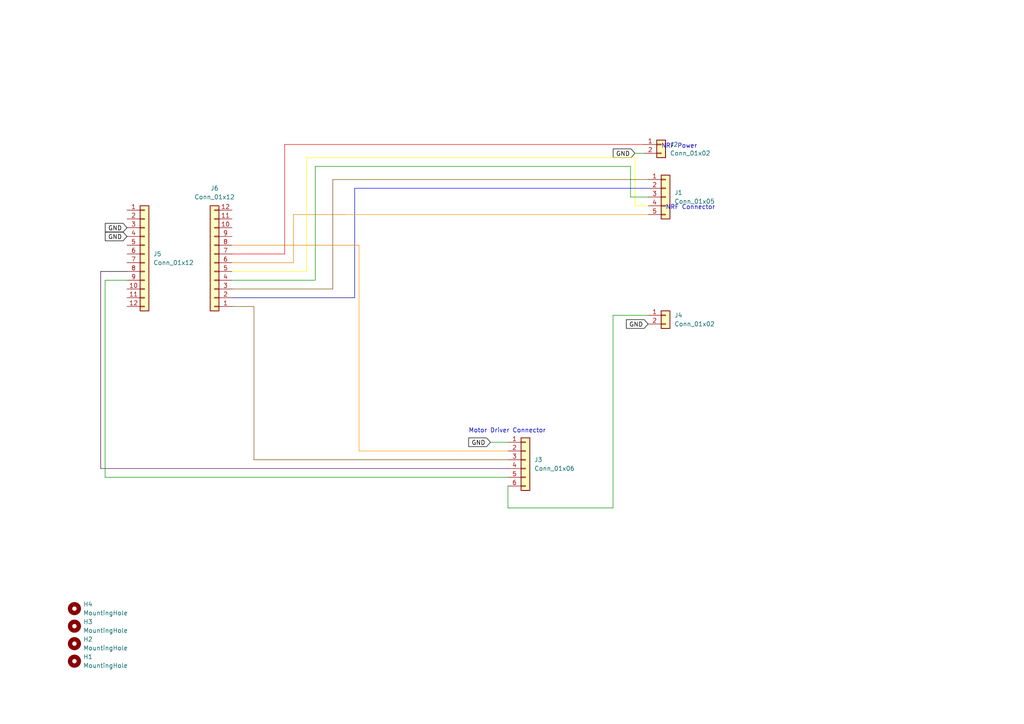
<source format=kicad_sch>
(kicad_sch (version 20230121) (generator eeschema)
  (paper "A4")
  (lib_symbols
    (symbol "Connector_Generic:Conn_01x02" (pin_names (offset 1.016) hide)
      (property "Reference" "J" (at 0 2.54 0))
      (property "Value" "Conn_01x02" (at 0 -5.08 0))
      (symbol "Conn_01x02_1_1"
        (rectangle (start -1.27 -2.413) (end 0 -2.667) (stroke (width 0.1524)))
        (rectangle (start -1.27 0.127) (end 0 -0.127) (stroke (width 0.1524)))
        (rectangle (start -1.27 1.27) (end 1.27 -3.81) (stroke (width 0.254)) (fill (type background)))
        (pin passive line (at -5.08 0 0) (length 3.81) (name "Pin_1") (number "1"))
        (pin passive line (at -5.08 -2.54 0) (length 3.81) (name "Pin_2") (number "2"))
      )
    )
    (symbol "Connector_Generic:Conn_01x05" (pin_names (offset 1.016) hide)
      (property "Reference" "J" (at 0 7.62 0))
      (property "Value" "Conn_01x05" (at 0 -7.62 0))
      (symbol "Conn_01x05_1_1"
        (rectangle (start -1.27 -4.953) (end 0 -5.207) (stroke (width 0.1524)))
        (rectangle (start -1.27 -2.413) (end 0 -2.667) (stroke (width 0.1524)))
        (rectangle (start -1.27 0.127) (end 0 -0.127) (stroke (width 0.1524)))
        (rectangle (start -1.27 2.667) (end 0 2.413) (stroke (width 0.1524)))
        (rectangle (start -1.27 5.207) (end 0 4.953) (stroke (width 0.1524)))
        (rectangle (start -1.27 6.35) (end 1.27 -6.35) (stroke (width 0.254)) (fill (type background)))
        (pin passive line (at -5.08 5.08 0) (length 3.81) (name "Pin_1") (number "1"))
        (pin passive line (at -5.08 2.54 0) (length 3.81) (name "Pin_2") (number "2"))
        (pin passive line (at -5.08 0 0) (length 3.81) (name "Pin_3") (number "3"))
        (pin passive line (at -5.08 -2.54 0) (length 3.81) (name "Pin_4") (number "4"))
        (pin passive line (at -5.08 -5.08 0) (length 3.81) (name "Pin_5") (number "5"))
      )
    )
    (symbol "Connector_Generic:Conn_01x06" (pin_names (offset 1.016) hide)
      (property "Reference" "J" (at 0 7.62 0))
      (property "Value" "Conn_01x06" (at 0 -10.16 0))
      (symbol "Conn_01x06_1_1"
        (rectangle (start -1.27 -7.493) (end 0 -7.747) (stroke (width 0.1524)))
        (rectangle (start -1.27 -4.953) (end 0 -5.207) (stroke (width 0.1524)))
        (rectangle (start -1.27 -2.413) (end 0 -2.667) (stroke (width 0.1524)))
        (rectangle (start -1.27 0.127) (end 0 -0.127) (stroke (width 0.1524)))
        (rectangle (start -1.27 2.667) (end 0 2.413) (stroke (width 0.1524)))
        (rectangle (start -1.27 5.207) (end 0 4.953) (stroke (width 0.1524)))
        (rectangle (start -1.27 6.35) (end 1.27 -8.89) (stroke (width 0.254)) (fill (type background)))
        (pin passive line (at -5.08 5.08 0) (length 3.81) (name "Pin_1") (number "1"))
        (pin passive line (at -5.08 2.54 0) (length 3.81) (name "Pin_2") (number "2"))
        (pin passive line (at -5.08 0 0) (length 3.81) (name "Pin_3") (number "3"))
        (pin passive line (at -5.08 -2.54 0) (length 3.81) (name "Pin_4") (number "4"))
        (pin passive line (at -5.08 -5.08 0) (length 3.81) (name "Pin_5") (number "5"))
        (pin passive line (at -5.08 -7.62 0) (length 3.81) (name "Pin_6") (number "6"))
      )
    )
    (symbol "Connector_Generic:Conn_01x12" (pin_names (offset 1.016) hide)
      (property "Reference" "J" (at 0 15.24 0))
      (property "Value" "Conn_01x12" (at 0 -17.78 0))
      (symbol "Conn_01x12_1_1"
        (rectangle (start -1.27 -15.113) (end 0 -15.367) (stroke (width 0.1524)))
        (rectangle (start -1.27 -12.573) (end 0 -12.827) (stroke (width 0.1524)))
        (rectangle (start -1.27 -10.033) (end 0 -10.287) (stroke (width 0.1524)))
        (rectangle (start -1.27 -7.493) (end 0 -7.747) (stroke (width 0.1524)))
        (rectangle (start -1.27 -4.953) (end 0 -5.207) (stroke (width 0.1524)))
        (rectangle (start -1.27 -2.413) (end 0 -2.667) (stroke (width 0.1524)))
        (rectangle (start -1.27 0.127) (end 0 -0.127) (stroke (width 0.1524)))
        (rectangle (start -1.27 2.667) (end 0 2.413) (stroke (width 0.1524)))
        (rectangle (start -1.27 5.207) (end 0 4.953) (stroke (width 0.1524)))
        (rectangle (start -1.27 7.747) (end 0 7.493) (stroke (width 0.1524)))
        (rectangle (start -1.27 10.287) (end 0 10.033) (stroke (width 0.1524)))
        (rectangle (start -1.27 12.827) (end 0 12.573) (stroke (width 0.1524)))
        (rectangle (start -1.27 13.97) (end 1.27 -16.51) (stroke (width 0.254)) (fill (type background)))
        (pin passive line (at -5.08 12.7 0) (length 3.81) (name "Pin_1") (number "1"))
        (pin passive line (at -5.08 -10.16 0) (length 3.81) (name "Pin_10") (number "10"))
        (pin passive line (at -5.08 -12.7 0) (length 3.81) (name "Pin_11") (number "11"))
        (pin passive line (at -5.08 -15.24 0) (length 3.81) (name "Pin_12") (number "12"))
        (pin passive line (at -5.08 10.16 0) (length 3.81) (name "Pin_2") (number "2"))
        (pin passive line (at -5.08 7.62 0) (length 3.81) (name "Pin_3") (number "3"))
        (pin passive line (at -5.08 5.08 0) (length 3.81) (name "Pin_4") (number "4"))
        (pin passive line (at -5.08 2.54 0) (length 3.81) (name "Pin_5") (number "5"))
        (pin passive line (at -5.08 0 0) (length 3.81) (name "Pin_6") (number "6"))
        (pin passive line (at -5.08 -2.54 0) (length 3.81) (name "Pin_7") (number "7"))
        (pin passive line (at -5.08 -5.08 0) (length 3.81) (name "Pin_8") (number "8"))
        (pin passive line (at -5.08 -7.62 0) (length 3.81) (name "Pin_9") (number "9"))
      )
    )
    (symbol "Mechanical:MountingHole" (pin_names (offset 1.016))
      (property "Reference" "H" (at 0 5.08 0))
      (property "Value" "MountingHole" (at 0 3.175 0))
      (symbol "MountingHole_0_1"
        (circle (center 0 0) (radius 1.27) (stroke (width 1.27)))
      )
    )
  )
  (wire (pts (xy 182.88 48.26) (xy 91.44 48.26)))
  (wire (pts (xy 177.8 91.44) (xy 187.96 91.44)))
  (wire (pts (xy 104.14 130.81) (xy 147.32 130.81)) (stroke (width 0) (color 255 153 0 1)))
  (wire (pts (xy 187.96 57.15) (xy 182.88 57.15)))
  (wire (pts (xy 182.88 57.15) (xy 182.88 48.26)))
  (wire (pts (xy 73.66 88.9) (xy 67.31 88.9)) (stroke (width 0) (color 128 77 0 1)))
  (wire (pts (xy 88.9 78.74) (xy 67.31 78.74)) (stroke (width 0) (color 255 255 0 1)))
  (wire (pts (xy 102.87 54.61) (xy 187.96 54.61)) (stroke (width 0) (color 0 0 255 1)))
  (wire (pts (xy 73.66 133.35) (xy 147.32 133.35)) (stroke (width 0) (color 128 77 0 1)))
  (wire (pts (xy 30.48 81.28) (xy 30.48 138.43)))
  (wire (pts (xy 29.21 135.89) (xy 147.32 135.89)) (stroke (width 0) (color 72 0 72 1)))
  (wire (pts (xy 147.32 147.32) (xy 177.8 147.32)))
  (wire (pts (xy 30.48 138.43) (xy 147.32 138.43)))
  (wire (pts (xy 82.55 41.91) (xy 82.55 73.66)) (stroke (width 0) (color 255 0 0 1)))
  (wire (pts (xy 82.55 41.91) (xy 186.69 41.91)) (stroke (width 0) (color 255 0 0 1)))
  (wire (pts (xy 73.66 133.35) (xy 73.66 88.9)) (stroke (width 0) (color 128 77 0 1)))
  (wire (pts (xy 184.15 59.69) (xy 184.15 45.72)) (stroke (width 0) (color 255 255 0 1)))
  (wire (pts (xy 82.55 73.66) (xy 67.31 73.66)) (stroke (width 0) (color 255 0 0 1)))
  (wire (pts (xy 104.14 71.12) (xy 104.14 130.81)) (stroke (width 0) (color 255 153 0 1)))
  (wire (pts (xy 91.44 48.26) (xy 91.44 81.28)))
  (wire (pts (xy 67.31 71.12) (xy 104.14 71.12)) (stroke (width 0) (color 221 133 0 1)))
  (wire (pts (xy 102.87 54.61) (xy 102.87 86.36)) (stroke (width 0) (color 0 0 194 1)))
  (wire (pts (xy 96.52 83.82) (xy 67.31 83.82)) (stroke (width 0) (color 128 77 0 1)))
  (wire (pts (xy 91.44 81.28) (xy 67.31 81.28)))
  (wire (pts (xy 100.33 62.23) (xy 187.96 62.23)) (stroke (width 0) (color 255 153 0 1)))
  (wire (pts (xy 100.33 62.23) (xy 85.09 62.23)) (stroke (width 0) (color 221 133 0 1)))
  (wire (pts (xy 88.9 45.72) (xy 88.9 78.74)) (stroke (width 0) (color 255 255 0 1)))
  (wire (pts (xy 147.32 140.97) (xy 147.32 147.32)))
  (wire (pts (xy 96.52 52.07) (xy 187.96 52.07)) (stroke (width 0) (color 128 77 0 1)))
  (wire (pts (xy 186.69 44.45) (xy 184.15 44.45)))
  (wire (pts (xy 102.87 86.36) (xy 67.31 86.36)) (stroke (width 0) (color 0 0 132 1)))
  (wire (pts (xy 30.48 81.28) (xy 36.83 81.28)))
  (wire (pts (xy 96.52 52.07) (xy 96.52 83.82)) (stroke (width 0) (color 128 77 0 1)))
  (wire (pts (xy 187.96 59.69) (xy 184.15 59.69)) (stroke (width 0) (color 255 255 0 1)))
  (wire (pts (xy 177.8 147.32) (xy 177.8 91.44)))
  (wire (pts (xy 85.09 76.2) (xy 67.31 76.2)) (stroke (width 0) (color 221 133 0 1)))
  (wire (pts (xy 29.21 78.74) (xy 29.21 135.89)) (stroke (width 0) (color 72 0 72 1)))
  (wire (pts (xy 184.15 45.72) (xy 88.9 45.72)) (stroke (width 0) (color 255 255 0 1)))
  (wire (pts (xy 147.32 128.27) (xy 142.24 128.27)))
  (wire (pts (xy 29.21 78.74) (xy 36.83 78.74)) (stroke (width 0) (color 0 0 0 1)))
  (wire (pts (xy 85.09 62.23) (xy 85.09 76.2)) (stroke (width 0) (color 221 133 0 1)))
  (text "Motor Driver Connector\n" (at 135.89 125.73 0) (effects (font (size 1.27 1.27)) (justify left bottom)))
  (text "NRF Connector\n" (at 193.04 60.96 0) (effects (font (size 1.27 1.27)) (justify left bottom)))
  (text "NRF Power\n" (at 191.77 43.18 0) (effects (font (size 1.27 1.27)) (justify left bottom)))
  (global_label "GND" (shape input) (at 142.24 128.27 180) (property "Intersheetrefs" "${INTERSHEET_REFS}" (effects hide)))
  (global_label "GND" (shape input) (at 36.83 68.58 180) (property "Intersheetrefs" "${INTERSHEET_REFS}" (effects hide)))
  (global_label "GND" (shape input) (at 184.15 44.45 180) (property "Intersheetrefs" "${INTERSHEET_REFS}" (effects hide)))
  (global_label "GND" (shape input) (at 36.83 66.04 180) (property "Intersheetrefs" "${INTERSHEET_REFS}" (effects hide)))
  (global_label "GND" (shape input) (at 187.96 93.98 180) (property "Intersheetrefs" "${INTERSHEET_REFS}" (effects hide)))
  (symbol (lib_id "Connector_Generic:Conn_01x12") (at 41.91 73.66 0) (unit 1)
    (property "Reference" "J5" (at 44.45 73.66 0) (effects (justify left)))
    (property "Value" "Conn_01x12" (at 44.45 76.2 0) (effects (justify left)))
    (property "Footprint" "Connector_PinSocket_2.54mm:PinSocket_1x12_P2.54mm_Vertical" (effects hide))
  )
  (symbol (lib_id "Mechanical:MountingHole") (at 21.59 186.69 0) (unit 1)
    (property "Reference" "H2" (at 24.13 185.42 0) (effects (justify left)))
    (property "Value" "MountingHole" (at 24.13 187.96 0) (effects (justify left)))
    (property "Footprint" "MountingHole:MountingHole_3.2mm_M3" (effects hide))
  )
  (symbol (lib_id "Mechanical:MountingHole") (at 21.59 181.61 0) (unit 1)
    (property "Reference" "H3" (at 24.13 180.34 0) (effects (justify left)))
    (property "Value" "MountingHole" (at 24.13 182.88 0) (effects (justify left)))
    (property "Footprint" "MountingHole:MountingHole_3.2mm_M3" (effects hide))
  )
  (symbol (lib_id "Mechanical:MountingHole") (at 21.59 191.77 0) (unit 1)
    (property "Reference" "H1" (at 24.13 190.5 0) (effects (justify left)))
    (property "Value" "MountingHole" (at 24.13 193.04 0) (effects (justify left)))
    (property "Footprint" "MountingHole:MountingHole_3.2mm_M3" (effects hide))
  )
  (symbol (lib_id "Connector_Generic:Conn_01x12") (at 62.23 76.2 180) (unit 1)
    (property "Reference" "J6" (at 62.23 54.61 0))
    (property "Value" "Conn_01x12" (at 62.23 57.15 0))
    (property "Footprint" "Connector_PinSocket_2.54mm:PinSocket_1x12_P2.54mm_Vertical" (effects hide))
  )
  (symbol (lib_id "Mechanical:MountingHole") (at 21.59 176.53 0) (unit 1)
    (property "Reference" "H4" (at 24.13 175.26 0) (effects (justify left)))
    (property "Value" "MountingHole" (at 24.13 177.8 0) (effects (justify left)))
    (property "Footprint" "MountingHole:MountingHole_3.2mm_M3" (effects hide))
  )
  (symbol (lib_id "Connector_Generic:Conn_01x02") (at 191.77 41.91 0) (unit 1)
    (property "Reference" "J2" (at 194.31 41.91 0) (effects (justify left)))
    (property "Value" "Conn_01x02" (at 194.31 44.45 0) (effects (justify left)))
    (property "Footprint" "Connector_PinSocket_2.54mm:PinSocket_1x02_P2.54mm_Vertical" (effects hide))
  )
  (symbol (lib_id "Connector_Generic:Conn_01x05") (at 193.04 57.15 0) (unit 1)
    (property "Reference" "J1" (at 195.58 55.88 0) (effects (justify left)))
    (property "Value" "Conn_01x05" (at 195.58 58.42 0) (effects (justify left)))
    (property "Footprint" "Connector_PinSocket_2.54mm:PinSocket_1x05_P2.54mm_Vertical" (effects hide))
  )
  (symbol (lib_id "Connector_Generic:Conn_01x06") (at 152.4 133.35 0) (unit 1)
    (property "Reference" "J3" (at 154.94 133.35 0) (effects (justify left)))
    (property "Value" "Conn_01x06" (at 154.94 135.89 0) (effects (justify left)))
    (property "Footprint" "Connector_PinSocket_2.54mm:PinSocket_1x06_P2.54mm_Vertical" (effects hide))
  )
  (symbol (lib_id "Connector_Generic:Conn_01x02") (at 193.04 91.44 0) (unit 1)
    (property "Reference" "J4" (at 195.58 91.44 0) (effects (justify left)))
    (property "Value" "Conn_01x02" (at 195.58 93.98 0) (effects (justify left)))
    (property "Footprint" "Connector_PinSocket_2.54mm:PinSocket_1x01_P2.54mm_Vertical" (effects hide))
  )
)
</source>
